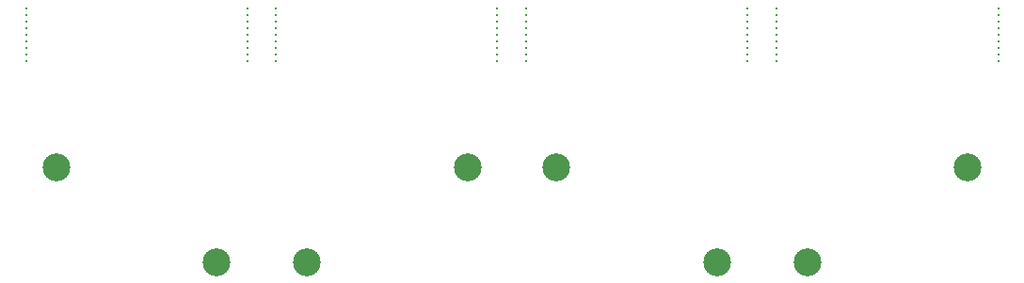
<source format=gbr>
%TF.GenerationSoftware,KiCad,Pcbnew,(5.1.10-1-10_14)*%
%TF.CreationDate,2021-07-07T01:14:00+09:00*%
%TF.ProjectId,StickPlate,53746963-6b50-46c6-9174-652e6b696361,rev?*%
%TF.SameCoordinates,Original*%
%TF.FileFunction,Soldermask,Bot*%
%TF.FilePolarity,Negative*%
%FSLAX46Y46*%
G04 Gerber Fmt 4.6, Leading zero omitted, Abs format (unit mm)*
G04 Created by KiCad (PCBNEW (5.1.10-1-10_14)) date 2021-07-07 01:14:00*
%MOMM*%
%LPD*%
G01*
G04 APERTURE LIST*
%ADD10C,0.300000*%
%ADD11C,2.500000*%
G04 APERTURE END LIST*
D10*
%TO.C,REF\u002A\u002A*%
X131300000Y-105250000D03*
X131300000Y-105843750D03*
X131300000Y-106437500D03*
X131300000Y-107031250D03*
X131300000Y-107625000D03*
X131300000Y-103468750D03*
X131300000Y-104656250D03*
X131300000Y-102875000D03*
X131300000Y-104062500D03*
%TD*%
%TO.C,REF\u002A\u002A*%
X218750000Y-105250000D03*
X218750000Y-105843750D03*
X218750000Y-106437500D03*
X218750000Y-107031250D03*
X218750000Y-107625000D03*
X218750000Y-103468750D03*
X218750000Y-104656250D03*
X218750000Y-102875000D03*
X218750000Y-104062500D03*
%TD*%
%TO.C,REF\u002A\u002A*%
X198800000Y-105250000D03*
X198800000Y-105843750D03*
X198800000Y-106437500D03*
X198800000Y-107031250D03*
X198800000Y-107625000D03*
X198800000Y-103468750D03*
X198800000Y-104656250D03*
X198800000Y-102875000D03*
X198800000Y-104062500D03*
%TD*%
%TO.C,REF\u002A\u002A*%
X196200000Y-105250000D03*
X196200000Y-105843750D03*
X196200000Y-106437500D03*
X196200000Y-107031250D03*
X196200000Y-107625000D03*
X196200000Y-103468750D03*
X196200000Y-104656250D03*
X196200000Y-102875000D03*
X196200000Y-104062500D03*
%TD*%
%TO.C,REF\u002A\u002A*%
X176300000Y-105250000D03*
X176300000Y-105843750D03*
X176300000Y-106437500D03*
X176300000Y-107031250D03*
X176300000Y-107625000D03*
X176300000Y-103468750D03*
X176300000Y-104656250D03*
X176300000Y-102875000D03*
X176300000Y-104062500D03*
%TD*%
%TO.C,REF\u002A\u002A*%
X173700000Y-105250000D03*
X173700000Y-105843750D03*
X173700000Y-106437500D03*
X173700000Y-107031250D03*
X173700000Y-107625000D03*
X173700000Y-103468750D03*
X173700000Y-104656250D03*
X173700000Y-102875000D03*
X173700000Y-104062500D03*
%TD*%
%TO.C,REF\u002A\u002A*%
X151200000Y-104062500D03*
X151200000Y-102875000D03*
X151200000Y-104656250D03*
X151200000Y-103468750D03*
X151200000Y-107625000D03*
X151200000Y-107031250D03*
X151200000Y-106437500D03*
X151200000Y-105843750D03*
X151200000Y-105250000D03*
%TD*%
%TO.C,REF\u002A\u002A*%
X153800000Y-104062500D03*
X153800000Y-102875000D03*
X153800000Y-104656250D03*
X153800000Y-103468750D03*
X153800000Y-107625000D03*
X153800000Y-107031250D03*
X153800000Y-106437500D03*
X153800000Y-105843750D03*
X153800000Y-105250000D03*
%TD*%
D11*
%TO.C,REF\u002A\u002A*%
X216000000Y-117250000D03*
%TD*%
%TO.C,REF\u002A\u002A*%
X201570000Y-125770000D03*
%TD*%
%TO.C,REF\u002A\u002A*%
X179000000Y-117250000D03*
%TD*%
%TO.C,REF\u002A\u002A*%
X193430000Y-125770000D03*
%TD*%
%TO.C,REF\u002A\u002A*%
X171000000Y-117250000D03*
%TD*%
%TO.C,REF\u002A\u002A*%
X156570000Y-125770000D03*
%TD*%
%TO.C,REF\u002A\u002A*%
X148430000Y-125770000D03*
%TD*%
%TO.C,REF\u002A\u002A*%
X134000000Y-117250000D03*
%TD*%
M02*

</source>
